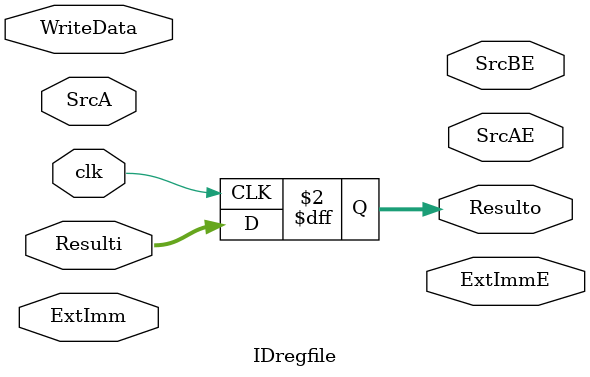
<source format=sv>
module IDregfile(
    input logic clk,
    input logic [31:0] SrcA, WriteData, ExtImm, Resulti,
    output logic [31:0] SrcAE, SrcBE, ExtImmE, Resulto);

    always_ff @(posedge clk)
		begin
			RD1o = RD1i;
			RD2o = RD2i;
			ExtImmeEo = ExtImmEi;
			Resulto = Resulti;
		end
endmodule

</source>
